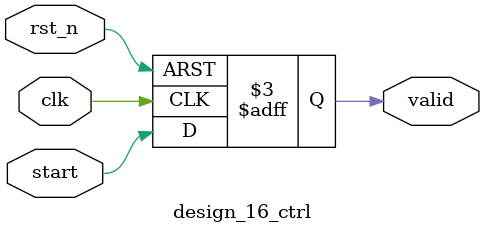
<source format=v>
module design_16_ctrl(
  input  clk,
  input  rst_n,
  input  start,
  output reg valid
);
  reg start_q;
  always @(posedge clk or negedge rst_n) begin
    if (!rst_n) begin
      valid <= 1'b0;
      start_q <= 1'b0;
    end else begin
      start_q <= start;
      valid <= start;
    end
  end
endmodule

</source>
